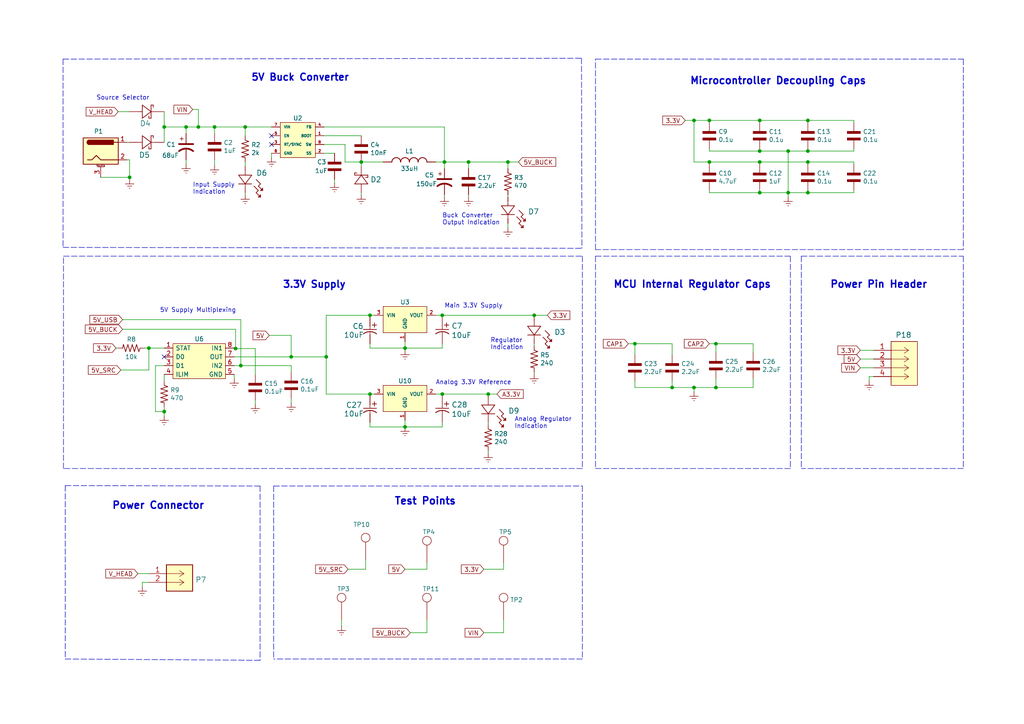
<source format=kicad_sch>
(kicad_sch (version 20211123) (generator eeschema)
  (paper "A4")
  (title_block (title "Engine Microcontroller Power Supply") (rev "1.0") (company "Sun Devil Rocketry") (comment 1 "Author: Colton Acosta"))
  (lib_symbols
    (symbol "Engine-Controller:647676-2" (pin_names (offset 0.254) hide)
      (property "Reference" "P" (at 6.35 5.08 0))
      (symbol "647676-2_0_0"
        (rectangle (start 5.08 2.54) (end 12.7 -5.08) (stroke (width 0.254)) (fill (type background)))
      )
      (symbol "647676-2_1_1"
        (polyline (pts (xy 5.08 -5.08) (xy 12.7 -5.08)) (stroke (width 0.127)))
        (polyline (pts (xy 5.08 2.54) (xy 5.08 -5.08)) (stroke (width 0.127)))
        (polyline (pts (xy 10.16 -2.54) (xy 5.08 -2.54)) (stroke (width 0.127)))
        (polyline (pts (xy 10.16 -2.54) (xy 8.89 -3.3782)) (stroke (width 0.127)))
        (polyline (pts (xy 10.16 -2.54) (xy 8.89 -1.7018)) (stroke (width 0.127)))
        (polyline (pts (xy 10.16 0) (xy 5.08 0)) (stroke (width 0.127)))
        (polyline (pts (xy 10.16 0) (xy 8.89 -0.8382)) (stroke (width 0.127)))
        (polyline (pts (xy 10.16 0) (xy 8.89 0.8382)) (stroke (width 0.127)))
        (polyline (pts (xy 12.7 -5.08) (xy 12.7 2.54)) (stroke (width 0.127)))
        (polyline (pts (xy 12.7 2.54) (xy 5.08 2.54)) (stroke (width 0.127)))
        (pin passive line (at 0 0 0) (length 5.08) (name "1") (number "1"))
        (pin passive line (at 0 -2.54 0) (length 5.08) (name "2") (number "2"))
      )
    )
    (symbol "Engine-Controller:CAP_0603" (pin_numbers hide) (pin_names (offset 1.016) hide)
      (property "Reference" "C" (at -1.27 3.81 0))
      (property "Value" "Engine-Controller_CAP_0603" (at -3.81 -3.81 0))
      (symbol "CAP_0603_0_0"
        (rectangle (start -1.27 -1.905) (end -0.635 1.905) (fill (type outline)))
        (rectangle (start 0.635 -1.905) (end 1.27 1.905) (fill (type outline)))
        (pin passive line (at 3.81 0 180) (length 2.54) (name "~") (number "1"))
        (pin passive line (at -3.81 0 0) (length 2.54) (name "~") (number "2"))
      )
    )
    (symbol "Engine-Controller:CAP_Polar" (pin_numbers hide) (pin_names (offset 0.254) hide)
      (property "Reference" "C" (at 0.635 2.54 0))
      (property "Value" "Engine-Controller_CAP_Polar" (at 0.635 -2.54 0))
      (symbol "CAP_Polar_0_1"
        (polyline (pts (xy -2.032 0.762) (xy 2.032 0.762)) (stroke (width 0.508)))
        (polyline (pts (xy -1.778 2.286) (xy -0.762 2.286)))
        (polyline (pts (xy -1.27 1.778) (xy -1.27 2.794)))
        (arc (start 2.032 -1.27) (mid 0 -0.5572) (end -2.032 -1.27) (stroke (width 0.508)))
      )
      (symbol "CAP_Polar_1_1"
        (pin passive line (at 0 3.81 270) (length 2.794) (name "~") (number "1"))
        (pin passive line (at 0 -3.81 90) (length 3.302) (name "~") (number "2"))
      )
    )
    (symbol "Engine-Controller:CBC3225T220KR" (pin_numbers hide) (pin_names (offset 1.016) hide)
      (property "Reference" "L" (at -2.54 2.54 0))
      (property "Value" "Engine-Controller_CBC3225T220KR" (at -7.62 -3.81 0))
      (symbol "CBC3225T220KR_0_0"
        (arc (start -2.54 0) (mid -3.81 1.27) (end -5.08 0) (stroke (width 0.254)))
        (arc (start 0 0) (mid -1.27 1.27) (end -2.54 0) (stroke (width 0.254)))
        (arc (start 2.54 0) (mid 1.27 1.27) (end 0 0) (stroke (width 0.254)))
        (arc (start 5.08 0) (mid 3.81 1.27) (end 2.54 0) (stroke (width 0.254)))
        (pin passive line (at -7.62 0 0) (length 2.54) (name "~") (number "1"))
        (pin passive line (at 7.62 0 180) (length 2.54) (name "~") (number "2"))
      )
    )
    (symbol "Engine-Controller:CWR11HH106KB" (pin_numbers hide) (pin_names (offset 1.651) hide)
      (property "Reference" "C" (at 3.81 3.81 0))
      (property "Value" "Engine-Controller_CWR11HH106KB" (at 3.81 -5.08 0))
      (symbol "CWR11HH106KB_1_1"
        (polyline (pts (xy 1.5748 1.27) (xy 2.8448 1.27)) (stroke (width 0.2032)))
        (polyline (pts (xy 2.2098 0.635) (xy 2.2098 1.905)) (stroke (width 0.2032)))
        (polyline (pts (xy 2.54 0) (xy 3.4798 0)) (stroke (width 0.1524)))
        (polyline (pts (xy 3.4798 -1.905) (xy 3.4798 1.905)) (stroke (width 0.2032)))
        (polyline (pts (xy 4.1148 0) (xy 5.08 0)) (stroke (width 0.1524)))
        (arc (start 4.7498 1.905) (mid 4.1148 0) (end 4.7498 -1.905) (stroke (width 0.254)))
        (pin passive line (at 0 0 0) (length 2.54) (name "1") (number "1"))
        (pin passive line (at 7.62 0 180) (length 2.54) (name "2") (number "2"))
      )
    )
    (symbol "Engine-Controller:EJ508A" (pin_names hide)
      (property "Reference" "P" (at 0 5.334 0))
      (symbol "EJ508A_0_1"
        (rectangle (start -5.08 3.81) (end 5.08 -3.81) (stroke (width 0.254)) (fill (type background)))
        (arc (start -3.302 3.175) (mid -3.937 2.54) (end -3.302 1.905) (stroke (width 0.254)))
        (arc (start -3.302 3.175) (mid -3.937 2.54) (end -3.302 1.905) (stroke (width 0.254)) (fill (type outline)))
        (polyline (pts (xy 5.08 2.54) (xy 3.81 2.54)) (stroke (width 0.254)))
        (polyline (pts (xy -3.81 -2.54) (xy -2.54 -2.54) (xy -1.27 -1.27) (xy 0 -2.54) (xy 2.54 -2.54) (xy 5.08 -2.54)) (stroke (width 0.254)))
        (rectangle (start 3.683 3.175) (end -3.302 1.905) (stroke (width 0.254)) (fill (type outline)))
      )
      (symbol "EJ508A_1_1"
        (polyline (pts (xy -1.016 -4.572) (xy 1.016 -4.572)) (stroke (width 0.1524)))
        (text "Mounting" (at 0 -4.191 0) (effects (font (size 0.381 0.381))))
        (pin passive line (at 7.62 2.54 180) (length 2.54) (name "~") (number "1"))
        (pin passive line (at 7.62 -2.54 180) (length 2.54) (name "~") (number "2"))
        (pin passive line (at 0 -7.62 90) (length 3.048) (name "MountPin") (number "3"))
      )
    )
    (symbol "Engine-Controller:Earth" (power) (pin_names (offset 0))
      (symbol "Earth_0_1"
        (polyline (pts (xy -0.635 -1.905) (xy 0.635 -1.905)))
        (polyline (pts (xy -0.127 -2.54) (xy 0.127 -2.54)))
        (polyline (pts (xy 0 -1.27) (xy 0 0)))
        (polyline (pts (xy 1.27 -1.27) (xy -1.27 -1.27)))
      )
      (symbol "Earth_1_1"
        (pin power_in line (at 0 0 270) (length 0) hide (name "Earth") (number "1"))
      )
    )
    (symbol "Engine-Controller:LM22672MRE-5.0_NOPB" (pin_names (offset 1.016))
      (property "Reference" "U" (at -1.27 8.89 0))
      (property "Value" "LM22672MRE-5.0_NOPB" (at 0 -11.43 0))
      (symbol "LM22672MRE-5.0_NOPB_0_1"
        (rectangle (start -5.08 6.35) (end 5.08 -3.81) (fill (type background)))
      )
      (symbol "LM22672MRE-5.0_NOPB_1_1"
        (pin input line (at 7.62 2.54 180) (length 2.54) (name "BOOT") (number "1"))
        (pin input line (at 7.62 -2.54 180) (length 2.54) (name "SS") (number "2"))
        (pin passive line (at -7.62 0 0) (length 2.54) (name "RT/SYNC") (number "3"))
        (pin input line (at 7.62 5.08 180) (length 2.54) (name "FB") (number "4"))
        (pin input line (at -7.62 2.54 0) (length 2.54) (name "EN") (number "5"))
        (pin input line (at -7.62 -2.54 0) (length 2.54) (name "GND") (number "6"))
        (pin input line (at -7.62 5.08 0) (length 2.54) (name "VIN") (number "7"))
        (pin output line (at 7.62 0 180) (length 2.54) (name "SW") (number "8"))
      )
    )
    (symbol "Engine-Controller:LMS8117AMP-3.3_NOPB" (pin_names (offset 1.016))
      (property "Reference" "U" (at -1.27 5.08 0))
      (property "Value" "LMS8117AMP-3.3_NOPB" (at 0 -11.43 0))
      (symbol "LMS8117AMP-3.3_NOPB_0_1"
        (rectangle (start -6.35 3.81) (end 6.35 -3.81) (fill (type background)))
      )
      (symbol "LMS8117AMP-3.3_NOPB_1_1"
        (pin input line (at 0 -6.35 90) (length 2.54) (name "GND") (number "1"))
        (pin output line (at 8.89 1.27 180) (length 2.54) (name "VOUT") (number "2"))
        (pin input line (at -8.89 1.27 0) (length 2.54) (name "VIN") (number "3"))
      )
    )
    (symbol "Engine-Controller:PPTC041LFBN-RC" (pin_names (offset 0.254) hide)
      (property "Reference" "P" (at 7.62 5.08 0))
      (symbol "PPTC041LFBN-RC_1_1"
        (polyline (pts (xy 5.08 -10.16) (xy 12.7 -10.16)) (stroke (width 0.127)))
        (polyline (pts (xy 5.08 2.54) (xy 5.08 -10.16)) (stroke (width 0.127)))
        (polyline (pts (xy 10.16 -7.62) (xy 5.08 -7.62)) (stroke (width 0.127)))
        (polyline (pts (xy 10.16 -7.62) (xy 8.89 -8.4582)) (stroke (width 0.127)))
        (polyline (pts (xy 10.16 -7.62) (xy 8.89 -6.7818)) (stroke (width 0.127)))
        (polyline (pts (xy 10.16 -5.08) (xy 5.08 -5.08)) (stroke (width 0.127)))
        (polyline (pts (xy 10.16 -5.08) (xy 8.89 -5.9182)) (stroke (width 0.127)))
        (polyline (pts (xy 10.16 -5.08) (xy 8.89 -4.2418)) (stroke (width 0.127)))
        (polyline (pts (xy 10.16 -2.54) (xy 5.08 -2.54)) (stroke (width 0.127)))
        (polyline (pts (xy 10.16 -2.54) (xy 8.89 -3.3782)) (stroke (width 0.127)))
        (polyline (pts (xy 10.16 -2.54) (xy 8.89 -1.7018)) (stroke (width 0.127)))
        (polyline (pts (xy 10.16 0) (xy 5.08 0)) (stroke (width 0.127)))
        (polyline (pts (xy 10.16 0) (xy 8.89 -0.8382)) (stroke (width 0.127)))
        (polyline (pts (xy 10.16 0) (xy 8.89 0.8382)) (stroke (width 0.127)))
        (polyline (pts (xy 12.7 -10.16) (xy 12.7 2.54)) (stroke (width 0.127)))
        (polyline (pts (xy 12.7 2.54) (xy 5.08 2.54)) (stroke (width 0.127)) (fill (type background)))
        (rectangle (start 5.08 2.54) (end 12.7 -10.16) (stroke (width 0.127)) (fill (type background)))
        (pin passive line (at 0 0 0) (length 5.08) (name "+12V") (number "1"))
        (pin passive line (at 0 -2.54 0) (length 5.08) (name "GND") (number "2"))
        (pin passive line (at 0 -5.08 0) (length 5.08) (name "3") (number "3"))
        (pin passive line (at 0 -7.62 0) (length 5.08) (name "4") (number "4"))
      )
    )
    (symbol "Engine-Controller:RB160VAM-60TR" (pin_numbers hide) (pin_names hide)
      (property "Reference" "D" (at 5.08 4.445 0))
      (symbol "RB160VAM-60TR_1_1"
        (polyline (pts (xy 3.81 -1.905) (xy 6.35 0)) (stroke (width 0.2032)))
        (polyline (pts (xy 3.81 1.905) (xy 3.81 -1.905)) (stroke (width 0.2032)))
        (polyline (pts (xy 5.715 -1.905) (xy 5.715 -1.27)) (stroke (width 0.2032)))
        (polyline (pts (xy 6.35 -1.905) (xy 5.715 -1.905)) (stroke (width 0.2032)))
        (polyline (pts (xy 6.35 -1.905) (xy 6.35 1.905)) (stroke (width 0.2032)))
        (polyline (pts (xy 6.35 0) (xy 3.81 1.905)) (stroke (width 0.2032)))
        (polyline (pts (xy 6.35 1.905) (xy 6.985 1.905)) (stroke (width 0.2032)))
        (polyline (pts (xy 6.985 1.905) (xy 6.985 1.27)) (stroke (width 0.2032)))
        (pin passive line (at 8.89 0 180) (length 2.54) (name "~") (number "1"))
        (pin passive line (at 1.27 0 0) (length 2.54) (name "~") (number "2"))
      )
    )
    (symbol "Engine-Controller:RES_0603" (pin_numbers hide) (pin_names (offset 1.016) hide)
      (property "Reference" "R" (at -1.27 1.27 0))
      (property "Value" "Engine-Controller_RES_0603" (at -3.81 -2.54 0))
      (symbol "RES_0603_0_0"
        (polyline (pts (xy -2.54 0) (xy -2.159 1.016)) (stroke (width 0.2032)))
        (polyline (pts (xy -2.159 1.016) (xy -1.524 -1.016)) (stroke (width 0.2032)))
        (polyline (pts (xy -1.524 -1.016) (xy -0.889 1.016)) (stroke (width 0.2032)))
        (polyline (pts (xy -0.889 1.016) (xy -0.254 -1.016)) (stroke (width 0.2032)))
        (polyline (pts (xy -0.254 -1.016) (xy 0.381 1.016)) (stroke (width 0.2032)))
        (polyline (pts (xy 0.381 1.016) (xy 1.016 -1.016)) (stroke (width 0.2032)))
        (polyline (pts (xy 1.016 -1.016) (xy 1.651 1.016)) (stroke (width 0.2032)))
        (polyline (pts (xy 1.651 1.016) (xy 2.286 -1.016)) (stroke (width 0.2032)))
        (polyline (pts (xy 2.286 -1.016) (xy 2.54 0)) (stroke (width 0.2032)))
        (pin passive line (at -3.81 0 0) (length 1.27) (name "~") (number "1"))
        (pin passive line (at 3.81 0 180) (length 1.27) (name "~") (number "2"))
      )
    )
    (symbol "Engine-Controller:SM5819PL-TP" (pin_numbers hide) (pin_names hide)
      (property "Reference" "D" (at 5.08 4.445 0))
      (symbol "SM5819PL-TP_1_1"
        (polyline (pts (xy 2.54 0) (xy 3.4798 0)) (stroke (width 0.1524)))
        (polyline (pts (xy 3.175 0) (xy 3.81 0)) (stroke (width 0.1524)))
        (polyline (pts (xy 3.81 -1.905) (xy 6.35 0)) (stroke (width 0.2032)))
        (polyline (pts (xy 3.81 1.905) (xy 3.81 -1.905)) (stroke (width 0.2032)))
        (polyline (pts (xy 5.715 -1.905) (xy 5.715 -1.27)) (stroke (width 0.2032)))
        (polyline (pts (xy 6.35 -1.905) (xy 5.715 -1.905)) (stroke (width 0.2032)))
        (polyline (pts (xy 6.35 -1.905) (xy 6.35 1.905)) (stroke (width 0.2032)))
        (polyline (pts (xy 6.35 0) (xy 3.81 1.905)) (stroke (width 0.2032)))
        (polyline (pts (xy 6.35 0) (xy 7.62 0)) (stroke (width 0.1524)))
        (polyline (pts (xy 6.35 1.905) (xy 6.985 1.905)) (stroke (width 0.2032)))
        (polyline (pts (xy 6.985 1.905) (xy 6.985 1.27)) (stroke (width 0.2032)))
        (pin passive line (at 10.16 0 180) (length 2.54) (name "~") (number "1"))
        (pin passive line (at 0 0 0) (length 2.54) (name "~") (number "2"))
      )
    )
    (symbol "Engine-Controller:SML-LX1206GC-TR" (pin_numbers hide) (pin_names hide)
      (property "Reference" "D" (at 3.81 5.08 0))
      (property "Value" "Engine-Controller_SML-LX1206GC-TR" (at 11.43 -10.16 0))
      (symbol "SML-LX1206GC-TR_1_1"
        (polyline (pts (xy -1.905 0) (xy 1.905 0)) (stroke (width 0.2032)))
        (polyline (pts (xy -1.905 2.54) (xy 0 0)) (stroke (width 0.2032)))
        (polyline (pts (xy 0 0) (xy 0 -1.27)) (stroke (width 0.1524)))
        (polyline (pts (xy 0 0) (xy 1.905 2.54)) (stroke (width 0.2032)))
        (polyline (pts (xy 0 3.175) (xy 0 2.54)) (stroke (width 0.1524)))
        (polyline (pts (xy 0 3.81) (xy 0 2.8702)) (stroke (width 0.1524)))
        (polyline (pts (xy 1.905 2.54) (xy -1.905 2.54)) (stroke (width 0.2032)))
        (polyline (pts (xy 2.54 -0.635) (xy 3.81 -1.905)) (stroke (width 0.2032)))
        (polyline (pts (xy 3.175 -2.54) (xy 4.445 -3.81)) (stroke (width 0.2032)))
        (polyline (pts (xy 3.175 1.27) (xy 4.445 0)) (stroke (width 0.2032)))
        (polyline (pts (xy 3.81 -3.81) (xy 4.445 -3.81)) (stroke (width 0.2032)))
        (polyline (pts (xy 3.81 -1.905) (xy 3.175 -2.54)) (stroke (width 0.2032)))
        (polyline (pts (xy 3.81 -0.635) (xy 5.08 -1.905)) (stroke (width 0.2032)))
        (polyline (pts (xy 4.445 -3.81) (xy 4.445 -3.175)) (stroke (width 0.2032)))
        (polyline (pts (xy 4.445 -3.175) (xy 3.81 -3.81)) (stroke (width 0.2032)))
        (polyline (pts (xy 4.445 -1.905) (xy 5.08 -1.905)) (stroke (width 0.2032)))
        (polyline (pts (xy 4.445 0) (xy 3.81 -0.635)) (stroke (width 0.2032)))
        (polyline (pts (xy 5.08 -1.905) (xy 5.08 -1.27)) (stroke (width 0.2032)))
        (polyline (pts (xy 5.08 -1.27) (xy 4.445 -1.905)) (stroke (width 0.2032)))
        (pin passive line (at 0 -2.54 90) (length 1.27) (name "1") (number "1"))
        (pin passive line (at 0 5.08 270) (length 1.27) (name "2") (number "2"))
      )
    )
    (symbol "Engine-Controller:TP" (pin_numbers hide) (pin_names (offset 1.016) hide)
      (property "Reference" "TP" (at 0 8.89 0))
      (property "Value" "Engine-Controller_TP" (at 0 8.89 0))
      (symbol "TP_0_1"
        (circle (center 0 6.35) (radius 1.27))
      )
      (symbol "TP_1_1"
        (pin passive line (at 0 0 90) (length 5.08) (name "~") (number "1"))
      )
    )
    (symbol "Engine-Controller:TPS2115APWR" (pin_names (offset 0.762))
      (property "Reference" "U" (at -1.27 6.35 0))
      (symbol "TPS2115APWR_0_1"
        (rectangle (start -7.62 5.08) (end 7.62 -5.08) (fill (type background)))
      )
      (symbol "TPS2115APWR_1_1"
        (pin input line (at -10.16 3.81 0) (length 2.54) (name "STAT") (number "1"))
        (pin input line (at -10.16 1.27 0) (length 2.54) (name "D0") (number "2"))
        (pin input line (at -10.16 -1.27 0) (length 2.54) (name "D1") (number "3"))
        (pin input line (at -10.16 -3.81 0) (length 2.54) (name "ILIM") (number "4"))
        (pin passive line (at 10.16 -3.81 180) (length 2.54) (name "GND") (number "5"))
        (pin input line (at 10.16 -1.27 180) (length 2.54) (name "IN2") (number "6"))
        (pin power_out line (at 10.16 1.27 180) (length 2.54) (name "OUT") (number "7"))
        (pin input line (at 10.16 3.81 180) (length 2.54) (name "IN1") (number "8"))
      )
    )
    (symbol "Engine-Controller:UKL1C220KDDANATD" (pin_numbers hide) (pin_names (offset 0.254) hide)
      (property "Reference" "C" (at 0.635 2.54 0))
      (property "Value" "Engine-Controller_UKL1C220KDDANATD" (at 0.635 -2.54 0))
      (symbol "UKL1C220KDDANATD_0_1"
        (polyline (pts (xy -2.032 0.762) (xy 2.032 0.762)) (stroke (width 0.508)))
        (polyline (pts (xy -1.778 2.286) (xy -0.762 2.286)))
        (polyline (pts (xy -1.27 1.778) (xy -1.27 2.794)))
        (arc (start 2.032 -1.27) (mid 0 -0.5572) (end -2.032 -1.27) (stroke (width 0.508)))
      )
      (symbol "UKL1C220KDDANATD_1_1"
        (pin passive line (at 0 3.81 270) (length 2.794) (name "~") (number "1"))
        (pin passive line (at 0 -3.81 90) (length 3.302) (name "~") (number "2"))
      )
    )
  )
  (junction (at 117.475 100.965))
  (junction (at 69.85 106.045))
  (junction (at 220.345 43.815))
  (junction (at 57.531 36.83))
  (junction (at 68.326 101.092))
  (junction (at 234.315 46.99))
  (junction (at 220.345 34.925))
  (junction (at 205.74 46.99))
  (junction (at 184.15 99.695))
  (junction (at 220.345 46.99))
  (junction (at 234.315 43.815))
  (junction (at 71.12 36.83))
  (junction (at 207.645 112.395))
  (junction (at 201.295 34.925))
  (junction (at 228.6 55.88))
  (junction (at 234.315 34.925))
  (junction (at 43.18 100.965))
  (junction (at 37.592 51.435))
  (junction (at 84.455 103.505))
  (junction (at 201.295 112.395))
  (junction (at 207.645 99.695))
  (junction (at 128.27 91.44))
  (junction (at 117.475 123.825))
  (junction (at 53.975 36.83))
  (junction (at 62.23 36.83))
  (junction (at 194.945 112.395))
  (junction (at 228.6 43.815))
  (junction (at 141.605 114.3))
  (junction (at 107.315 114.3))
  (junction (at 147.32 46.99))
  (junction (at 154.94 91.44))
  (junction (at 47.625 119.38))
  (junction (at 128.27 114.3))
  (junction (at 128.905 46.99))
  (junction (at 104.775 46.99))
  (junction (at 234.315 55.88))
  (junction (at 220.345 55.88))
  (junction (at 94.615 103.505))
  (junction (at 205.74 34.925))
  (junction (at 107.315 91.44))
  (junction (at 135.89 46.99))
  (junction (at 47.625 36.83))
  (no_connect (at 78.74 39.37))
  (no_connect (at 47.625 103.505))
  (no_connect (at 78.74 41.91))
  (wire (pts (xy 126.365 46.99) (xy 128.905 46.99)))
  (wire (pts (xy 220.345 34.925) (xy 234.315 34.925)))
  (wire (pts (xy 184.15 99.695) (xy 184.15 102.87)))
  (wire (pts (xy 57.531 31.75) (xy 57.531 36.83)))
  (polyline (pts (xy 75.438 140.97) (xy 75.438 191.516)))
  (wire (pts (xy 220.345 55.88) (xy 228.6 55.88)))
  (wire (pts (xy 68.326 95.504) (xy 68.326 101.092)))
  (wire (pts (xy 93.98 44.45) (xy 97.028 44.45)))
  (wire (pts (xy 107.315 122.555) (xy 107.315 123.825)))
  (wire (pts (xy 135.89 56.515) (xy 135.89 57.15)))
  (wire (pts (xy 35.56 95.504) (xy 68.326 95.504)))
  (wire (pts (xy 104.775 48.26) (xy 104.775 46.99)))
  (wire (pts (xy 141.605 122.555) (xy 141.605 123.19)))
  (wire (pts (xy 107.315 123.825) (xy 117.475 123.825)))
  (wire (pts (xy 234.315 46.99) (xy 247.65 46.99)))
  (wire (pts (xy 128.27 123.825) (xy 128.27 122.555)))
  (wire (pts (xy 234.315 55.88) (xy 234.315 55.245)))
  (polyline (pts (xy 172.72 72.39) (xy 172.72 17.145)))
  (polyline (pts (xy 18.415 135.89) (xy 18.415 74.295)))
  (polyline (pts (xy 18.288 71.755) (xy 168.783 72.009)))
  (wire (pts (xy 94.615 103.505) (xy 94.615 114.3)))
  (wire (pts (xy 55.88 31.75) (xy 57.531 31.75)))
  (wire (pts (xy 228.6 55.88) (xy 228.6 57.15)))
  (wire (pts (xy 207.645 112.395) (xy 201.295 112.395)))
  (wire (pts (xy 128.27 91.44) (xy 128.27 92.075)))
  (polyline (pts (xy 79.375 140.97) (xy 79.375 191.135)))
  (wire (pts (xy 205.74 99.695) (xy 207.645 99.695)))
  (wire (pts (xy 45.085 106.045) (xy 45.085 119.38)))
  (wire (pts (xy 140.335 165.1) (xy 146.05 165.1)))
  (wire (pts (xy 78.74 44.45) (xy 78.74 45.72)))
  (wire (pts (xy 107.315 91.44) (xy 108.585 91.44)))
  (wire (pts (xy 128.27 114.3) (xy 141.605 114.3)))
  (polyline (pts (xy 18.923 140.843) (xy 18.923 191.135)))
  (polyline (pts (xy 232.41 74.295) (xy 279.4 74.295)))
  (wire (pts (xy 123.825 183.515) (xy 123.825 179.705)))
  (polyline (pts (xy 279.4 135.89) (xy 232.41 135.89)))
  (polyline (pts (xy 18.288 17.145) (xy 168.656 16.891)))
  (wire (pts (xy 106.045 165.1) (xy 106.045 162.306)))
  (wire (pts (xy 99.06 179.705) (xy 99.06 181.61)))
  (wire (pts (xy 67.945 100.965) (xy 68.326 101.092)))
  (wire (pts (xy 93.98 41.91) (xy 100.076 41.91)))
  (wire (pts (xy 234.315 34.925) (xy 234.315 35.56)))
  (wire (pts (xy 135.89 48.895) (xy 135.89 46.99)))
  (wire (pts (xy 47.625 32.385) (xy 47.625 36.83)))
  (wire (pts (xy 128.905 36.83) (xy 128.905 46.99)))
  (wire (pts (xy 234.315 43.815) (xy 234.315 43.18)))
  (wire (pts (xy 47.625 36.83) (xy 53.975 36.83)))
  (wire (pts (xy 128.905 46.99) (xy 135.89 46.99)))
  (wire (pts (xy 198.755 34.925) (xy 201.295 34.925)))
  (wire (pts (xy 247.65 55.88) (xy 247.65 55.245)))
  (wire (pts (xy 62.23 46.355) (xy 62.23 48.006)))
  (wire (pts (xy 74.041 101.092) (xy 74.041 108.585)))
  (wire (pts (xy 158.75 91.44) (xy 154.94 91.44)))
  (wire (pts (xy 234.315 55.88) (xy 247.65 55.88)))
  (wire (pts (xy 207.645 109.855) (xy 207.645 112.395)))
  (polyline (pts (xy 168.91 74.295) (xy 168.91 135.89)))
  (wire (pts (xy 234.315 34.925) (xy 247.65 34.925)))
  (wire (pts (xy 117.475 100.965) (xy 128.27 100.965)))
  (wire (pts (xy 107.315 114.3) (xy 108.585 114.3)))
  (wire (pts (xy 35.052 107.315) (xy 43.18 107.315)))
  (wire (pts (xy 47.625 108.585) (xy 47.625 110.49)))
  (wire (pts (xy 71.12 46.99) (xy 71.12 48.26)))
  (polyline (pts (xy 279.4 17.145) (xy 279.4 72.39)))
  (wire (pts (xy 47.625 119.38) (xy 47.625 120.65)))
  (wire (pts (xy 97.028 52.07) (xy 97.028 53.086)))
  (wire (pts (xy 62.23 38.735) (xy 62.23 36.83)))
  (wire (pts (xy 94.615 103.505) (xy 94.615 91.44)))
  (wire (pts (xy 220.345 43.815) (xy 228.6 43.815)))
  (wire (pts (xy 57.531 36.83) (xy 62.23 36.83)))
  (wire (pts (xy 141.605 114.3) (xy 144.145 114.3)))
  (wire (pts (xy 100.076 41.91) (xy 100.076 46.99)))
  (wire (pts (xy 107.315 100.965) (xy 117.475 100.965)))
  (wire (pts (xy 100.965 165.1) (xy 106.045 165.1)))
  (wire (pts (xy 201.295 34.925) (xy 205.74 34.925)))
  (wire (pts (xy 247.65 34.925) (xy 247.65 35.56)))
  (wire (pts (xy 53.975 38.735) (xy 53.975 36.83)))
  (polyline (pts (xy 168.656 16.891) (xy 168.783 72.009)))
  (wire (pts (xy 220.345 34.925) (xy 220.345 35.56)))
  (polyline (pts (xy 168.91 191.135) (xy 79.375 191.135)))
  (wire (pts (xy 29.21 51.435) (xy 37.592 51.435)))
  (wire (pts (xy 62.23 36.83) (xy 71.12 36.83)))
  (wire (pts (xy 228.6 43.815) (xy 234.315 43.815)))
  (wire (pts (xy 117.475 165.1) (xy 123.825 165.1)))
  (wire (pts (xy 205.74 55.88) (xy 220.345 55.88)))
  (wire (pts (xy 126.365 114.3) (xy 128.27 114.3)))
  (wire (pts (xy 69.85 106.045) (xy 69.85 92.71)))
  (wire (pts (xy 207.645 99.695) (xy 218.44 99.695)))
  (wire (pts (xy 104.775 46.99) (xy 111.125 46.99)))
  (wire (pts (xy 84.455 115.57) (xy 84.455 116.84)))
  (wire (pts (xy 74.041 116.205) (xy 74.041 117.221)))
  (wire (pts (xy 68.326 101.092) (xy 74.041 101.092)))
  (wire (pts (xy 184.15 99.695) (xy 182.245 99.695)))
  (wire (pts (xy 100.076 46.99) (xy 104.775 46.99)))
  (wire (pts (xy 37.592 51.435) (xy 37.592 52.07)))
  (wire (pts (xy 205.74 43.18) (xy 205.74 43.815)))
  (wire (pts (xy 140.335 183.515) (xy 146.05 183.515)))
  (wire (pts (xy 94.615 114.3) (xy 107.315 114.3)))
  (wire (pts (xy 220.345 43.815) (xy 220.345 43.18)))
  (wire (pts (xy 147.32 46.99) (xy 150.368 46.99)))
  (wire (pts (xy 36.83 41.275) (xy 37.465 41.275)))
  (wire (pts (xy 117.475 121.92) (xy 117.475 123.825)))
  (wire (pts (xy 128.27 114.3) (xy 128.27 114.935)))
  (wire (pts (xy 34.29 32.385) (xy 37.465 32.385)))
  (wire (pts (xy 128.905 48.895) (xy 128.905 46.99)))
  (wire (pts (xy 67.945 103.505) (xy 84.455 103.505)))
  (polyline (pts (xy 172.72 74.295) (xy 172.72 135.89)))
  (wire (pts (xy 84.455 97.282) (xy 84.455 103.505)))
  (wire (pts (xy 141.605 131.445) (xy 141.605 130.81)))
  (wire (pts (xy 84.455 103.505) (xy 94.615 103.505)))
  (wire (pts (xy 184.15 112.395) (xy 194.945 112.395)))
  (wire (pts (xy 147.32 48.895) (xy 147.32 46.99)))
  (wire (pts (xy 201.295 113.665) (xy 201.295 112.395)))
  (polyline (pts (xy 279.4 74.295) (xy 279.4 135.89)))
  (wire (pts (xy 147.32 64.77) (xy 147.32 66.04)))
  (wire (pts (xy 249.555 104.14) (xy 253.365 104.14)))
  (wire (pts (xy 201.295 46.99) (xy 201.295 34.925)))
  (wire (pts (xy 71.12 36.83) (xy 78.74 36.83)))
  (wire (pts (xy 141.605 114.3) (xy 141.605 114.935)))
  (wire (pts (xy 41.91 100.965) (xy 43.18 100.965)))
  (wire (pts (xy 194.945 112.395) (xy 194.945 110.49)))
  (wire (pts (xy 234.315 46.99) (xy 234.315 47.625)))
  (wire (pts (xy 107.315 92.075) (xy 107.315 91.44)))
  (wire (pts (xy 117.475 123.825) (xy 128.27 123.825)))
  (wire (pts (xy 93.98 36.83) (xy 128.905 36.83)))
  (wire (pts (xy 67.945 108.585) (xy 67.945 109.855)))
  (wire (pts (xy 128.27 91.44) (xy 154.94 91.44)))
  (wire (pts (xy 218.44 109.855) (xy 218.44 112.395)))
  (wire (pts (xy 117.475 101.6) (xy 117.475 100.965)))
  (wire (pts (xy 205.74 34.925) (xy 220.345 34.925)))
  (wire (pts (xy 123.825 165.1) (xy 123.825 163.195)))
  (wire (pts (xy 228.6 43.815) (xy 228.6 55.88)))
  (wire (pts (xy 253.365 109.22) (xy 252.095 109.22)))
  (polyline (pts (xy 18.288 17.145) (xy 18.288 71.755)))
  (wire (pts (xy 71.12 39.37) (xy 71.12 36.83)))
  (wire (pts (xy 69.85 106.045) (xy 84.455 106.045)))
  (wire (pts (xy 146.05 165.1) (xy 146.05 163.195)))
  (wire (pts (xy 234.315 43.815) (xy 247.65 43.815)))
  (wire (pts (xy 154.94 91.44) (xy 154.94 92.075)))
  (polyline (pts (xy 172.72 74.295) (xy 229.235 74.295)))
  (wire (pts (xy 47.625 106.045) (xy 45.085 106.045)))
  (polyline (pts (xy 229.235 74.295) (xy 229.235 135.89)))
  (wire (pts (xy 118.999 183.515) (xy 123.825 183.515)))
  (wire (pts (xy 33.655 100.965) (xy 34.29 100.965)))
  (wire (pts (xy 47.625 41.275) (xy 47.625 36.83)))
  (polyline (pts (xy 18.923 140.843) (xy 75.438 140.97)))
  (wire (pts (xy 40.005 166.37) (xy 43.18 166.37)))
  (polyline (pts (xy 172.72 17.145) (xy 279.4 17.145)))
  (wire (pts (xy 37.592 46.355) (xy 36.83 46.355)))
  (wire (pts (xy 220.345 55.88) (xy 220.345 55.245)))
  (wire (pts (xy 53.975 36.83) (xy 57.531 36.83)))
  (wire (pts (xy 247.65 46.99) (xy 247.65 47.625)))
  (wire (pts (xy 201.295 112.395) (xy 194.945 112.395)))
  (wire (pts (xy 43.18 168.91) (xy 41.275 168.91)))
  (wire (pts (xy 207.645 99.695) (xy 207.645 102.235)))
  (wire (pts (xy 205.74 46.99) (xy 220.345 46.99)))
  (wire (pts (xy 53.975 46.355) (xy 53.975 47.625)))
  (wire (pts (xy 194.945 99.695) (xy 184.15 99.695)))
  (wire (pts (xy 154.94 108.585) (xy 154.94 107.95)))
  (polyline (pts (xy 168.91 135.89) (xy 18.415 135.89)))
  (polyline (pts (xy 168.91 140.97) (xy 168.91 191.135)))
  (wire (pts (xy 104.775 56.515) (xy 104.775 55.88)))
  (wire (pts (xy 228.6 55.88) (xy 234.315 55.88)))
  (wire (pts (xy 126.365 91.44) (xy 128.27 91.44)))
  (wire (pts (xy 249.555 106.68) (xy 253.365 106.68)))
  (wire (pts (xy 249.555 101.6) (xy 253.365 101.6)))
  (wire (pts (xy 147.32 56.515) (xy 147.32 57.15)))
  (wire (pts (xy 107.315 114.935) (xy 107.315 114.3)))
  (wire (pts (xy 154.94 99.695) (xy 154.94 100.33)))
  (polyline (pts (xy 279.4 72.39) (xy 172.72 72.39)))
  (polyline (pts (xy 18.415 74.295) (xy 168.91 74.295)))
  (wire (pts (xy 84.455 106.045) (xy 84.455 107.95)))
  (wire (pts (xy 35.56 92.71) (xy 69.85 92.71)))
  (polyline (pts (xy 75.438 191.516) (xy 18.923 191.135)))
  (wire (pts (xy 43.18 107.315) (xy 43.18 100.965)))
  (wire (pts (xy 128.905 56.515) (xy 128.905 57.15)))
  (wire (pts (xy 146.05 183.515) (xy 146.05 179.705)))
  (wire (pts (xy 128.27 100.965) (xy 128.27 99.695)))
  (wire (pts (xy 252.095 109.22) (xy 252.095 110.49)))
  (wire (pts (xy 247.65 43.815) (xy 247.65 43.18)))
  (wire (pts (xy 43.18 100.965) (xy 47.625 100.965)))
  (wire (pts (xy 45.085 119.38) (xy 47.625 119.38)))
  (wire (pts (xy 220.345 46.99) (xy 234.315 46.99)))
  (wire (pts (xy 71.12 55.88) (xy 71.12 56.515)))
  (wire (pts (xy 93.98 39.37) (xy 104.775 39.37)))
  (wire (pts (xy 205.74 47.625) (xy 205.74 46.99)))
  (polyline (pts (xy 229.235 135.89) (xy 172.72 135.89)))
  (wire (pts (xy 78.105 97.282) (xy 84.455 97.282)))
  (polyline (pts (xy 232.41 74.295) (xy 232.41 135.89)))
  (wire (pts (xy 47.625 118.11) (xy 47.625 119.38)))
  (wire (pts (xy 135.89 46.99) (xy 147.32 46.99)))
  (wire (pts (xy 117.475 99.06) (xy 117.475 100.965)))
  (wire (pts (xy 41.275 168.91) (xy 41.275 170.18)))
  (wire (pts (xy 218.44 112.395) (xy 207.645 112.395)))
  (wire (pts (xy 37.592 46.355) (xy 37.592 51.435)))
  (wire (pts (xy 218.44 99.695) (xy 218.44 102.235)))
  (wire (pts (xy 107.315 99.695) (xy 107.315 100.965)))
  (wire (pts (xy 94.615 91.44) (xy 107.315 91.44)))
  (polyline (pts (xy 79.375 140.97) (xy 168.91 140.97)))
  (wire (pts (xy 194.945 99.695) (xy 194.945 102.87)))
  (wire (pts (xy 220.345 46.99) (xy 220.345 47.625)))
  (wire (pts (xy 184.15 110.49) (xy 184.15 112.395)))
  (wire (pts (xy 69.85 106.045) (xy 67.945 106.045)))
  (wire (pts (xy 205.74 34.925) (xy 205.74 35.56)))
  (wire (pts (xy 205.74 55.245) (xy 205.74 55.88)))
  (wire (pts (xy 205.74 46.99) (xy 201.295 46.99)))
  (wire (pts (xy 205.74 43.815) (xy 220.345 43.815)))
  (text "Power Connector" (at 32.385 147.955 0) (effects (font (size 2.08 2.08) (thickness 0.416) bold) (justify left bottom)))
  (text "Power Pin Header" (at 240.665 83.82 0) (effects (font (size 2.06 2.06) (thickness 0.412) bold) (justify left bottom)))
  (text "5V Buck Converter" (at 72.771 23.749 0) (effects (font (size 2.0066 2.0066) (thickness 0.4013) bold) (justify left bottom)))
  (text "5V Supply Multiplexing" (at 46.355 90.805 0) (effects (font (size 1.27 1.27)) (justify left bottom)))
  (text "Main 3.3V Supply" (at 128.905 89.535 0) (effects (font (size 1.27 1.27)) (justify left bottom)))
  (text "Analog Regulator\nIndication" (at 149.225 124.46 0) (effects (font (size 1.27 1.27)) (justify left bottom)))
  (text "Regulator\nIndication" (at 142.24 101.6 0) (effects (font (size 1.27 1.27)) (justify left bottom)))
  (text "Buck Converter\nOutput Indication" (at 128.27 65.405 0) (effects (font (size 1.27 1.27)) (justify left bottom)))
  (text "Microcontroller Decoupling Caps" (at 200.025 24.765 0) (effects (font (size 2.06 2.06) (thickness 0.412) bold) (justify left bottom)))
  (text "Input Supply \nIndication\n" (at 55.88 56.515 0) (effects (font (size 1.27 1.27)) (justify left bottom)))
  (text "Test Points" (at 114.3 146.685 0) (effects (font (size 2.08 2.08) (thickness 0.416) bold) (justify left bottom)))
  (text "Analog 3.3V Reference" (at 126.365 111.76 0) (effects (font (size 1.27 1.27)) (justify left bottom)))
  (text "3.3V Supply\n" (at 81.915 83.82 0) (effects (font (size 2.0066 2.0066) (thickness 0.4013) bold) (justify left bottom)))
  (text "Source Selector\n" (at 27.94 29.21 0) (effects (font (size 1.27 1.27)) (justify left bottom)))
  (text "MCU Internal Regulator Caps" (at 177.8 83.82 0) (effects (font (size 2.06 2.06) (thickness 0.412) bold) (justify left bottom)))
  (global_label "5V_BUCK" (shape input) (at 118.999 183.515 180) (property "Intersheet References" "${INTERSHEET_REFS}" (effects hide)))
  (global_label "3.3V" (shape input) (at 198.755 34.925 180) (property "Intersheet References" "${INTERSHEET_REFS}" (effects hide)))
  (global_label "5V_BUCK" (shape input) (at 150.368 46.99 0) (property "Intersheet References" "${INTERSHEET_REFS}" (effects hide)))
  (global_label "3.3V" (shape input) (at 140.335 165.1 180) (property "Intersheet References" "${INTERSHEET_REFS}" (effects hide)))
  (global_label "5V_SRC" (shape input) (at 35.052 107.315 180) (property "Intersheet References" "${INTERSHEET_REFS}" (effects hide)))
  (global_label "CAP1" (shape input) (at 182.245 99.695 180) (property "Intersheet References" "${INTERSHEET_REFS}" (effects hide)))
  (global_label "VIN" (shape input) (at 55.88 31.75 180) (property "Intersheet References" "${INTERSHEET_REFS}" (effects hide)))
  (global_label "VIN" (shape input) (at 140.335 183.515 180) (property "Intersheet References" "${INTERSHEET_REFS}" (effects hide)))
  (global_label "5V" (shape input) (at 78.105 97.282 180) (property "Intersheet References" "${INTERSHEET_REFS}" (effects hide)))
  (global_label "V_HEAD" (shape input) (at 40.005 166.37 180) (property "Intersheet References" "${INTERSHEET_REFS}" (effects hide)))
  (global_label "5V" (shape input) (at 117.475 165.1 180) (property "Intersheet References" "${INTERSHEET_REFS}" (effects hide)))
  (global_label "VIN" (shape input) (at 249.555 106.68 180) (property "Intersheet References" "${INTERSHEET_REFS}" (effects hide)))
  (global_label "5V" (shape input) (at 249.555 104.14 180) (property "Intersheet References" "${INTERSHEET_REFS}" (effects hide)))
  (global_label "3.3V" (shape input) (at 249.555 101.6 180) (property "Intersheet References" "${INTERSHEET_REFS}" (effects hide)))
  (global_label "3.3V" (shape input) (at 158.75 91.44 0) (property "Intersheet References" "${INTERSHEET_REFS}" (effects hide)))
  (global_label "3.3V" (shape input) (at 33.655 100.965 180) (property "Intersheet References" "${INTERSHEET_REFS}" (effects hide)))
  (global_label "CAP2" (shape input) (at 205.74 99.695 180) (property "Intersheet References" "${INTERSHEET_REFS}" (effects hide)))
  (global_label "A3.3V" (shape input) (at 144.145 114.3 0) (property "Intersheet References" "${INTERSHEET_REFS}" (effects hide)))
  (global_label "5V_BUCK" (shape input) (at 35.56 95.504 180) (property "Intersheet References" "${INTERSHEET_REFS}" (effects hide)))
  (global_label "5V_USB" (shape input) (at 35.56 92.71 180) (property "Intersheet References" "${INTERSHEET_REFS}" (effects hide)))
  (global_label "V_HEAD" (shape input) (at 34.29 32.385 180) (property "Intersheet References" "${INTERSHEET_REFS}" (effects hide)))
  (global_label "5V_SRC" (shape input) (at 100.965 165.1 180) (property "Intersheet References" "${INTERSHEET_REFS}" (effects hide)))
  (symbol (lib_id "Engine-Controller:EJ508A") (at 29.21 43.815 0) (unit 1)
    (property "Reference" "P1" (at 28.575 38.1 0))
    (property "Value" "EJ508A" (effects hide))
    (property "Footprint" "Engine-Controller:12V_power_jack" (effects hide))
  )
  (symbol (lib_id "Engine-Controller:TP") (at 146.05 179.705 0) (unit 1)
    (property "Reference" "TP2" (at 147.955 173.99 0) (effects (justify left)))
    (property "Value" "TPVIN" (effects hide))
    (property "Footprint" "Engine-Controller:TP" (effects hide))
  )
  (symbol (lib_id "Engine-Controller:TP") (at 123.825 163.195 0) (unit 1)
    (property "Reference" "TP4" (at 122.555 154.305 0) (effects (justify left)))
    (property "Value" "TP5V" (effects hide))
    (property "Footprint" "Engine-Controller:TP" (effects hide))
  )
  (symbol (lib_id "Engine-Controller:TP") (at 99.06 179.705 0) (unit 1)
    (property "Reference" "TP3" (at 97.79 170.815 0) (effects (justify left)))
    (property "Value" "TPGND" (effects hide))
    (property "Footprint" "Engine-Controller:TP" (effects hide))
  )
  (symbol (lib_id "Engine-Controller:TP") (at 146.05 163.195 0) (unit 1)
    (property "Reference" "TP5" (at 144.78 154.305 0) (effects (justify left)))
    (property "Value" "3.3V" (effects hide))
    (property "Footprint" "Engine-Controller:TP" (effects hide))
  )
  (symbol (lib_id "Engine-Controller:Earth") (at 117.475 101.6 0) (unit 1)
    (property "Reference" "#PWR0108" (effects hide))
    (property "Value" "Earth" (effects hide))
  )
  (symbol (lib_id "Engine-Controller:CBC3225T220KR") (at 118.745 46.99 0) (unit 1)
    (property "Reference" "L1" (at 118.745 43.815 0))
    (property "Value" "33uH" (at 118.745 48.895 0))
    (property "Footprint" "Engine-Controller:SRP1038A-330M" (effects hide))
  )
  (symbol (lib_id "Engine-Controller:Earth") (at 37.592 52.07 0) (unit 1)
    (property "Reference" "#PWR0103" (effects hide))
    (property "Value" "Earth" (effects hide))
  )
  (symbol (lib_id "Engine-Controller:RES_0603") (at 154.94 104.14 270) (unit 1)
    (property "Reference" "R5" (at 156.6926 102.9716 90) (effects (justify left)))
    (property "Value" "240" (at 156.6926 105.283 90) (effects (justify left)))
    (property "Footprint" "Engine-Controller:RES_0603" (effects hide))
  )
  (symbol (lib_id "Engine-Controller:Earth") (at 154.94 108.585 0) (unit 1)
    (property "Reference" "#PWR0109" (effects hide))
    (property "Value" "Earth" (effects hide))
  )
  (symbol (lib_id "Engine-Controller:UKL1C220KDDANATD") (at 53.975 42.545 0) (unit 1)
    (property "Reference" "C1" (at 48.26 41.91 0) (effects (justify left)))
    (property "Value" "68uF" (at 46.99 45.085 0) (effects (justify left)))
    (property "Footprint" "Engine-Controller:EEEFPV680XAP" (effects hide))
  )
  (symbol (lib_id "Engine-Controller:Earth") (at 53.975 47.625 0) (unit 1)
    (property "Reference" "#PWR0104" (effects hide))
    (property "Value" "Earth" (effects hide))
  )
  (symbol (lib_id "Engine-Controller:CAP_0603") (at 62.23 42.545 270) (unit 1)
    (property "Reference" "C2" (at 64.8462 41.3766 90) (effects (justify left)))
    (property "Value" "1uF" (at 64.8462 43.688 90) (effects (justify left)))
    (property "Footprint" "Engine-Controller:CAP_0603" (effects hide))
  )
  (symbol (lib_id "Engine-Controller:Earth") (at 62.23 48.006 0) (unit 1)
    (property "Reference" "#PWR0105" (effects hide))
    (property "Value" "Earth" (effects hide))
  )
  (symbol (lib_id "Engine-Controller:SM5819PL-TP") (at 37.465 41.275 0) (unit 1)
    (property "Reference" "D5" (at 41.91 44.958 0) (effects (font (size 1.524 1.524))))
    (property "Value" "SM5819PL-TP" (effects hide))
    (property "Footprint" "Engine-Controller:SM5819PL-TP" (effects hide))
  )
  (symbol (lib_id "Engine-Controller:SM5819PL-TP") (at 37.465 32.385 0) (unit 1)
    (property "Reference" "D4" (at 42.164 35.814 0) (effects (font (size 1.524 1.524))))
    (property "Value" "SM5819PL-TP" (effects hide))
    (property "Footprint" "Engine-Controller:SM5819PL-TP" (effects hide))
  )
  (symbol (lib_id "Engine-Controller:CAP_0603") (at 97.028 48.26 270) (unit 1)
    (property "Reference" "C3" (at 91.948 46.99 90) (effects (justify left)))
    (property "Value" "1uF" (at 91.313 49.53 90) (effects (justify left)))
    (property "Footprint" "Engine-Controller:CAP_0603" (effects hide))
  )
  (symbol (lib_id "Engine-Controller:Earth") (at 78.74 45.72 0) (unit 1)
    (property "Reference" "#PWR0107" (effects hide))
    (property "Value" "Earth" (effects hide))
  )
  (symbol (lib_id "Engine-Controller:Earth") (at 97.028 53.086 0) (unit 1)
    (property "Reference" "#PWR0106" (effects hide))
    (property "Value" "Earth" (effects hide))
  )
  (symbol (lib_id "Engine-Controller:TP") (at 106.045 162.306 0) (unit 1)
    (property "Reference" "TP10" (at 107.315 152.146 0) (effects (justify right)))
    (property "Value" "TP" (effects hide))
    (property "Footprint" "Engine-Controller:TP" (effects hide))
  )
  (symbol (lib_id "Engine-Controller:CAP_0603") (at 104.775 43.18 270) (unit 1)
    (property "Reference" "C4" (at 107.3912 42.0116 90) (effects (justify left)))
    (property "Value" "10nF" (at 107.3912 44.323 90) (effects (justify left)))
    (property "Footprint" "Engine-Controller:CAP_0603" (effects hide))
  )
  (symbol (lib_id "Engine-Controller:RB160VAM-60TR") (at 104.775 57.15 90) (unit 1)
    (property "Reference" "D2" (at 107.4166 52.07 90) (effects (font (size 1.524 1.524)) (justify right)))
    (property "Value" "RB160VAM-60TR" (effects hide))
    (property "Footprint" "Engine-Controller:RB160VAM-60TR" (effects hide))
  )
  (symbol (lib_id "Engine-Controller:TPS2115APWR") (at 57.785 104.775 0) (unit 1)
    (property "Reference" "U6" (at 57.785 98.298 0))
    (property "Value" "TPS2115APWR" (effects hide))
    (property "Footprint" "Engine-Controller:TPS2115APWR" (effects hide))
  )
  (symbol (lib_id "Engine-Controller:Earth") (at 67.945 109.855 0) (unit 1)
    (property "Reference" "#PWR09" (effects hide))
    (property "Value" "Earth" (effects hide))
  )
  (symbol (lib_id "Engine-Controller:RES_0603") (at 47.625 114.3 270) (unit 1)
    (property "Reference" "R9" (at 49.3776 113.1316 90) (effects (justify left)))
    (property "Value" "470" (at 49.3776 115.443 90) (effects (justify left)))
    (property "Footprint" "Engine-Controller:RES_0603" (effects hide))
  )
  (symbol (lib_id "Engine-Controller:Earth") (at 47.625 120.65 0) (unit 1)
    (property "Reference" "#PWR08" (effects hide))
    (property "Value" "Earth" (effects hide))
  )
  (symbol (lib_id "Engine-Controller:CAP_0603") (at 84.455 111.76 270) (unit 1)
    (property "Reference" "C16" (at 87.0712 110.5916 90) (effects (justify left)))
    (property "Value" "0.1uF" (at 87.0712 112.903 90) (effects (justify left)))
    (property "Footprint" "Engine-Controller:CAP_0603" (effects hide))
  )
  (symbol (lib_id "Engine-Controller:CAP_0603") (at 74.041 112.395 270) (unit 1)
    (property "Reference" "C15" (at 76.6572 111.2266 90) (effects (justify left)))
    (property "Value" "0.1uF" (at 76.6572 113.538 90) (effects (justify left)))
    (property "Footprint" "Engine-Controller:CAP_0603" (effects hide))
  )
  (symbol (lib_id "Engine-Controller:Earth") (at 74.041 117.221 0) (unit 1)
    (property "Reference" "#PWR010" (effects hide))
    (property "Value" "Earth" (effects hide))
  )
  (symbol (lib_id "Engine-Controller:Earth") (at 84.455 116.84 0) (unit 1)
    (property "Reference" "#PWR011" (effects hide))
    (property "Value" "Earth" (effects hide))
  )
  (symbol (lib_id "Engine-Controller:CAP_0603") (at 135.89 52.705 270) (unit 1)
    (property "Reference" "C17" (at 138.5062 51.5366 90) (effects (justify left)))
    (property "Value" "2.2uF" (at 138.5062 53.848 90) (effects (justify left)))
    (property "Footprint" "Engine-Controller:CAP_0603" (effects hide))
  )
  (symbol (lib_id "Engine-Controller:RES_0603") (at 38.1 100.965 180) (unit 1)
    (property "Reference" "R8" (at 38.1 98.425 0))
    (property "Value" "10k" (at 38.1 103.505 0))
    (property "Footprint" "Engine-Controller:RES_0603" (effects hide))
  )
  (symbol (lib_id "Engine-Controller:LM22672MRE-5.0_NOPB") (at 86.36 41.91 0) (unit 1)
    (property "Reference" "U2" (at 86.36 34.29 0))
    (property "Value" "LM22672MRE-5.0_NOPB" (effects hide))
    (property "Footprint" "Engine-Controller:LM22672MRE-5.0_NOPB" (effects hide))
  )
  (symbol (lib_id "Engine-Controller:CWR11HH106KB") (at 107.315 92.075 270) (unit 1)
    (property "Reference" "C6" (at 102.235 94.615 90) (effects (font (size 1.524 1.524)) (justify left)))
    (property "Value" "10uF" (at 99.695 97.155 90) (effects (font (size 1.524 1.524)) (justify left)))
    (property "Footprint" "Engine-Controller:CWR11HH106KB" (effects hide))
  )
  (symbol (lib_id "Engine-Controller:CWR11HH106KB") (at 128.27 92.075 270) (unit 1)
    (property "Reference" "C7" (at 130.937 94.5388 90) (effects (font (size 1.524 1.524)) (justify left)))
    (property "Value" "10uF" (at 130.937 97.2312 90) (effects (font (size 1.524 1.524)) (justify left)))
    (property "Footprint" "Engine-Controller:CWR11HH106KB" (effects hide))
  )
  (symbol (lib_id "Engine-Controller:SML-LX1206GC-TR") (at 154.94 97.155 0) (unit 1)
    (property "Reference" "D3" (at 160.7566 96.3168 0) (effects (font (size 1.524 1.524)) (justify left)))
    (property "Value" "SML-LX1206GC-TR" (effects hide))
    (property "Footprint" "Engine-Controller:SML-LX1206GC-TR" (effects hide))
  )
  (symbol (lib_id "Engine-Controller:TP") (at 123.825 179.705 0) (unit 1)
    (property "Reference" "TP11" (at 122.555 170.815 0) (effects (justify left)))
    (property "Value" "TP" (effects hide))
    (property "Footprint" "Engine-Controller:TP" (effects hide))
  )
  (symbol (lib_id "Engine-Controller:SML-LX1206GC-TR") (at 71.12 53.34 0) (unit 1)
    (property "Reference" "D6" (at 74.295 50.165 0) (effects (font (size 1.524 1.524)) (justify left)))
    (property "Value" "SML-LX1206GC-TR" (effects hide))
    (property "Footprint" "Engine-Controller:SML-LX1206GC-TR" (effects hide))
  )
  (symbol (lib_id "Engine-Controller:Earth") (at 71.12 56.515 0) (unit 1)
    (property "Reference" "#PWR012" (effects hide))
    (property "Value" "Earth" (effects hide))
  )
  (symbol (lib_id "Engine-Controller:RES_0603") (at 71.12 43.18 270) (unit 1)
    (property "Reference" "R2" (at 72.8726 42.0116 90) (effects (justify left)))
    (property "Value" "2k" (at 72.8726 44.323 90) (effects (justify left)))
    (property "Footprint" "Engine-Controller:RES_0603" (effects hide))
  )
  (symbol (lib_id "Engine-Controller:CAP_Polar") (at 128.905 52.705 0) (unit 1)
    (property "Reference" "C5" (at 123.19 50.8 0) (effects (justify left)))
    (property "Value" "150uF" (at 120.65 53.34 0) (effects (justify left)))
    (property "Footprint" "Engine-Controller:CAP_EEEFP1E151AL" (effects hide))
  )
  (symbol (lib_id "Engine-Controller:RES_0603") (at 147.32 52.705 270) (unit 1)
    (property "Reference" "R3" (at 149.0726 51.5366 90) (effects (justify left)))
    (property "Value" "470" (at 149.0726 53.848 90) (effects (justify left)))
    (property "Footprint" "Engine-Controller:RES_0603" (effects hide))
  )
  (symbol (lib_id "Engine-Controller:SML-LX1206GC-TR") (at 147.32 62.23 0) (unit 1)
    (property "Reference" "D7" (at 153.1366 61.3918 0) (effects (font (size 1.524 1.524)) (justify left)))
    (property "Value" "SML-LX1206GC-TR" (effects hide))
    (property "Footprint" "Engine-Controller:SML-LX1206GC-TR" (effects hide))
  )
  (symbol (lib_id "Engine-Controller:Earth") (at 147.32 66.04 0) (unit 1)
    (property "Reference" "#PWR013" (effects hide))
    (property "Value" "Earth" (effects hide))
  )
  (symbol (lib_id "Engine-Controller:LMS8117AMP-3.3_NOPB") (at 117.475 92.71 0) (unit 1)
    (property "Reference" "U3" (at 117.475 87.63 0))
    (property "Value" "LMS8117AMP-3.3_NOPB" (effects hide))
    (property "Footprint" "Engine-Controller:SOT-223" (effects hide))
  )
  (symbol (lib_id "Engine-Controller:CAP_0603") (at 247.65 51.435 270) (unit 1)
    (property "Reference" "C22" (at 250.2662 50.2666 90) (effects (justify left)))
    (property "Value" "0.1u" (at 250.2662 52.578 90) (effects (justify left)))
    (property "Footprint" "Engine-Controller:CAP_0603" (effects hide))
  )
  (symbol (lib_id "Engine-Controller:CAP_0603") (at 205.74 39.37 270) (unit 1)
    (property "Reference" "C9" (at 208.3562 38.2016 90) (effects (justify left)))
    (property "Value" "0.1u" (at 208.3562 40.513 90) (effects (justify left)))
    (property "Footprint" "Engine-Controller:CAP_0603" (effects hide))
  )
  (symbol (lib_id "Engine-Controller:Earth") (at 252.095 110.49 0) (unit 1)
    (property "Reference" "#PWR056" (effects hide))
    (property "Value" "Earth" (effects hide))
  )
  (symbol (lib_id "Engine-Controller:CAP_0603") (at 220.345 51.435 270) (unit 1)
    (property "Reference" "C12" (at 222.9612 50.2666 90) (effects (justify left)))
    (property "Value" "1uF" (at 222.9612 52.578 90) (effects (justify left)))
    (property "Footprint" "Engine-Controller:CAP_0603" (effects hide))
  )
  (symbol (lib_id "Engine-Controller:CWR11HH106KB") (at 107.315 114.935 270) (unit 1)
    (property "Reference" "C27" (at 100.33 117.475 90) (effects (font (size 1.524 1.524)) (justify left)))
    (property "Value" "10uF" (at 99.695 120.015 90) (effects (font (size 1.524 1.524)) (justify left)))
    (property "Footprint" "Engine-Controller:CWR11HH106KB" (effects hide))
  )
  (symbol (lib_id "Engine-Controller:CAP_0603") (at 218.44 106.045 270) (unit 1)
    (property "Reference" "C26" (at 221.0562 104.8766 90) (effects (justify left)))
    (property "Value" "2.2uF" (at 221.0562 107.188 90) (effects (justify left)))
    (property "Footprint" "Engine-Controller:CAP_0603" (effects hide))
  )
  (symbol (lib_id "Engine-Controller:LMS8117AMP-3.3_NOPB") (at 117.475 115.57 0) (unit 1)
    (property "Reference" "U10" (at 117.475 110.49 0))
    (property "Value" "LMS8117AMP-3.3_NOPB" (effects hide))
    (property "Footprint" "Engine-Controller:SOT-223" (effects hide))
  )
  (symbol (lib_id "Engine-Controller:CAP_0603") (at 207.645 106.045 270) (unit 1)
    (property "Reference" "C25" (at 210.2612 104.8766 90) (effects (justify left)))
    (property "Value" "2.2uF" (at 210.2612 107.188 90) (effects (justify left)))
    (property "Footprint" "Engine-Controller:CAP_0603" (effects hide))
  )
  (symbol (lib_id "Engine-Controller:CAP_0603") (at 220.345 39.37 270) (unit 1)
    (property "Reference" "C11" (at 222.9612 38.2016 90) (effects (justify left)))
    (property "Value" "0.1u" (at 222.9612 40.513 90) (effects (justify left)))
    (property "Footprint" "Engine-Controller:CAP_0603" (effects hide))
  )
  (symbol (lib_id "Engine-Controller:Earth") (at 141.605 131.445 0) (unit 1)
    (property "Reference" "#PWR048" (effects hide))
    (property "Value" "Earth" (effects hide))
  )
  (symbol (lib_id "Engine-Controller:PPTC041LFBN-RC") (at 253.365 101.6 0) (unit 1)
    (property "Reference" "P18" (at 259.715 97.155 0) (effects (font (size 1.524 1.524)) (justify left)))
    (property "Value" "PPTC041LFBN-RC" (effects hide))
    (property "Footprint" "CONN_4840.2201_SCH" (effects hide))
  )
  (symbol (lib_id "Engine-Controller:CAP_0603") (at 205.74 51.435 270) (unit 1)
    (property "Reference" "C10" (at 208.3562 50.2666 90) (effects (justify left)))
    (property "Value" "4.7uF" (at 208.3562 52.578 90) (effects (justify left)))
    (property "Footprint" "Engine-Controller:CAP_0603" (effects hide))
  )
  (symbol (lib_id "Engine-Controller:CWR11HH106KB") (at 128.27 114.935 270) (unit 1)
    (property "Reference" "C28" (at 130.937 117.3988 90) (effects (font (size 1.524 1.524)) (justify left)))
    (property "Value" "10uF" (at 130.937 120.0912 90) (effects (font (size 1.524 1.524)) (justify left)))
    (property "Footprint" "Engine-Controller:CWR11HH106KB" (effects hide))
  )
  (symbol (lib_id "Engine-Controller:CAP_0603") (at 184.15 106.68 270) (unit 1)
    (property "Reference" "C23" (at 186.7662 105.5116 90) (effects (justify left)))
    (property "Value" "2.2uF" (at 186.7662 107.823 90) (effects (justify left)))
    (property "Footprint" "Engine-Controller:CAP_0603" (effects hide))
  )
  (symbol (lib_id "Engine-Controller:Earth") (at 201.295 113.665 0) (unit 1)
    (property "Reference" "#PWR017" (effects hide))
    (property "Value" "Earth" (effects hide))
  )
  (symbol (lib_id "Engine-Controller:RES_0603") (at 141.605 127 270) (unit 1)
    (property "Reference" "R28" (at 143.3576 125.8316 90) (effects (justify left)))
    (property "Value" "240" (at 143.3576 128.143 90) (effects (justify left)))
    (property "Footprint" "Engine-Controller:RES_0603" (effects hide))
  )
  (symbol (lib_id "Engine-Controller:647676-2") (at 43.18 166.37 0) (unit 1)
    (property "Reference" "P7" (at 56.642 168.1605 0) (effects (font (size 1.524 1.524)) (justify left)))
    (property "Value" "647676-2" (effects hide))
    (property "Footprint" "CONN_2043-1X04G00DAU_OUP" (effects hide))
  )
  (symbol (lib_id "Engine-Controller:Earth") (at 41.275 170.18 0) (unit 1)
    (property "Reference" "#PWR030" (effects hide))
    (property "Value" "Earth" (effects hide))
  )
  (symbol (lib_id "Engine-Controller:Earth") (at 104.775 56.515 0) (unit 1)
    (property "Reference" "#PWR016" (effects hide))
    (property "Value" "Earth" (effects hide))
  )
  (symbol (lib_id "Engine-Controller:CAP_0603") (at 234.315 51.435 270) (unit 1)
    (property "Reference" "C14" (at 236.9312 50.2666 90) (effects (justify left)))
    (property "Value" "0.1u" (at 236.9312 52.578 90) (effects (justify left)))
    (property "Footprint" "Engine-Controller:CAP_0603" (effects hide))
  )
  (symbol (lib_id "Engine-Controller:Earth") (at 128.905 57.15 0) (unit 1)
    (property "Reference" "#PWR018" (effects hide))
    (property "Value" "Earth" (effects hide))
  )
  (symbol (lib_id "Engine-Controller:CAP_0603") (at 194.945 106.68 270) (unit 1)
    (property "Reference" "C24" (at 197.5612 105.5116 90) (effects (justify left)))
    (property "Value" "2.2uF" (at 197.5612 107.823 90) (effects (justify left)))
    (property "Footprint" "Engine-Controller:CAP_0603" (effects hide))
  )
  (symbol (lib_id "Engine-Controller:CAP_0603") (at 247.65 39.37 270) (unit 1)
    (property "Reference" "C21" (at 250.2662 38.2016 90) (effects (justify left)))
    (property "Value" "0.1u" (at 250.2662 40.513 90) (effects (justify left)))
    (property "Footprint" "Engine-Controller:CAP_0603" (effects hide))
  )
  (symbol (lib_id "Engine-Controller:SML-LX1206GC-TR") (at 141.605 120.015 0) (unit 1)
    (property "Reference" "D9" (at 147.4216 119.1768 0) (effects (font (size 1.524 1.524)) (justify left)))
    (property "Value" "SML-LX1206GC-TR" (effects hide))
    (property "Footprint" "Engine-Controller:SML-LX1206GC-TR" (effects hide))
  )
  (symbol (lib_id "Engine-Controller:Earth") (at 135.89 57.15 0) (unit 1)
    (property "Reference" "#PWR019" (effects hide))
    (property "Value" "Earth" (effects hide))
  )
  (symbol (lib_id "Engine-Controller:Earth") (at 117.475 123.825 0) (unit 1)
    (property "Reference" "#PWR047" (effects hide))
    (property "Value" "Earth" (effects hide))
  )
  (symbol (lib_id "Engine-Controller:CAP_0603") (at 234.315 39.37 270) (unit 1)
    (property "Reference" "C13" (at 236.9312 38.2016 90) (effects (justify left)))
    (property "Value" "0.1u" (at 236.9312 40.513 90) (effects (justify left)))
    (property "Footprint" "Engine-Controller:CAP_0603" (effects hide))
  )
  (symbol (lib_id "Engine-Controller:Earth") (at 99.06 181.61 0) (unit 1)
    (property "Reference" "#PWR020" (effects hide))
    (property "Value" "Earth" (effects hide))
  )
  (symbol (lib_id "Engine-Controller:Earth") (at 228.6 57.15 0) (unit 1)
    (property "Reference" "#PWR021" (effects hide))
    (property "Value" "Earth" (effects hide))
  )
)
</source>
